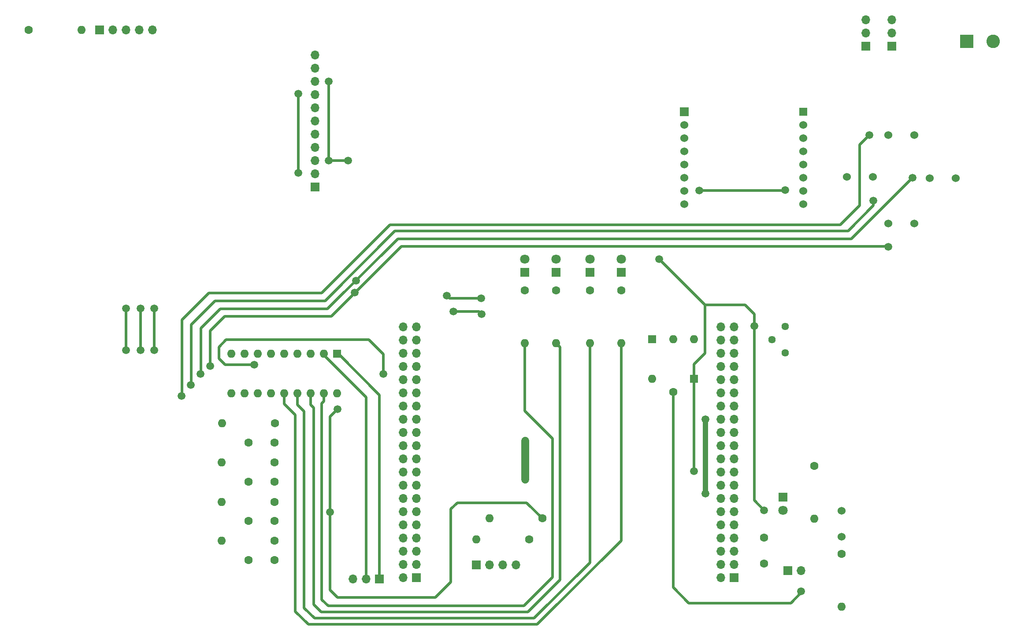
<source format=gbr>
%TF.GenerationSoftware,KiCad,Pcbnew,8.0.0*%
%TF.CreationDate,2024-05-29T16:09:33+02:00*%
%TF.ProjectId,Remote_Board_L476RG,52656d6f-7465-45f4-926f-6172645f4c34,rev?*%
%TF.SameCoordinates,Original*%
%TF.FileFunction,Copper,L1,Top*%
%TF.FilePolarity,Positive*%
%FSLAX46Y46*%
G04 Gerber Fmt 4.6, Leading zero omitted, Abs format (unit mm)*
G04 Created by KiCad (PCBNEW 8.0.0) date 2024-05-29 16:09:33*
%MOMM*%
%LPD*%
G01*
G04 APERTURE LIST*
%TA.AperFunction,ComponentPad*%
%ADD10R,1.700000X1.700000*%
%TD*%
%TA.AperFunction,ComponentPad*%
%ADD11O,1.700000X1.700000*%
%TD*%
%TA.AperFunction,ComponentPad*%
%ADD12C,1.600000*%
%TD*%
%TA.AperFunction,ComponentPad*%
%ADD13O,1.600000X1.600000*%
%TD*%
%TA.AperFunction,ComponentPad*%
%ADD14R,1.676400X1.676400*%
%TD*%
%TA.AperFunction,ComponentPad*%
%ADD15C,1.524000*%
%TD*%
%TA.AperFunction,ComponentPad*%
%ADD16R,1.524000X1.524000*%
%TD*%
%TA.AperFunction,ComponentPad*%
%ADD17R,1.800000X1.800000*%
%TD*%
%TA.AperFunction,ComponentPad*%
%ADD18C,1.800000*%
%TD*%
%TA.AperFunction,ComponentPad*%
%ADD19R,1.600000X1.600000*%
%TD*%
%TA.AperFunction,ComponentPad*%
%ADD20R,2.600000X2.600000*%
%TD*%
%TA.AperFunction,ComponentPad*%
%ADD21C,2.600000*%
%TD*%
%TA.AperFunction,ComponentPad*%
%ADD22C,1.440000*%
%TD*%
%TA.AperFunction,ViaPad*%
%ADD23C,1.500000*%
%TD*%
%TA.AperFunction,Conductor*%
%ADD24C,1.500000*%
%TD*%
%TA.AperFunction,Conductor*%
%ADD25C,0.500000*%
%TD*%
%TA.AperFunction,Conductor*%
%ADD26C,1.000000*%
%TD*%
G04 APERTURE END LIST*
D10*
%TO.P,J5,1,Pin_1*%
%TO.N,unconnected-(J5-Pin_1-Pad1)*%
X217200000Y-141760000D03*
D11*
%TO.P,J5,2,Pin_2*%
%TO.N,unconnected-(J5-Pin_2-Pad2)*%
X214660000Y-141760000D03*
%TO.P,J5,3,Pin_3*%
%TO.N,SW5_OUT*%
X217200000Y-139220000D03*
%TO.P,J5,4,Pin_4*%
%TO.N,unconnected-(J5-Pin_4-Pad4)*%
X214660000Y-139220000D03*
%TO.P,J5,5,Pin_5*%
%TO.N,LED_OUT*%
X217200000Y-136680000D03*
%TO.P,J5,6,Pin_6*%
%TO.N,unconnected-(J5-Pin_6-Pad6)*%
X214660000Y-136680000D03*
%TO.P,J5,7,Pin_7*%
%TO.N,unconnected-(J5-Pin_7-Pad7)*%
X217200000Y-134140000D03*
%TO.P,J5,8,Pin_8*%
%TO.N,unconnected-(J5-Pin_8-Pad8)*%
X214660000Y-134140000D03*
%TO.P,J5,9,Pin_9*%
%TO.N,unconnected-(J5-Pin_9-Pad9)*%
X217200000Y-131600000D03*
%TO.P,J5,10,Pin_10*%
%TO.N,unconnected-(J5-Pin_10-Pad10)*%
X214660000Y-131600000D03*
%TO.P,J5,11,Pin_11*%
%TO.N,unconnected-(J5-Pin_11-Pad11)*%
X217200000Y-129060000D03*
%TO.P,J5,12,Pin_12*%
%TO.N,unconnected-(J5-Pin_12-Pad12)*%
X214660000Y-129060000D03*
%TO.P,J5,13,Pin_13*%
%TO.N,unconnected-(J5-Pin_13-Pad13)*%
X217200000Y-126520000D03*
%TO.P,J5,14,Pin_14*%
%TO.N,unconnected-(J5-Pin_14-Pad14)*%
X214660000Y-126520000D03*
%TO.P,J5,15,Pin_15*%
%TO.N,unconnected-(J5-Pin_15-Pad15)*%
X217200000Y-123980000D03*
%TO.P,J5,16,Pin_16*%
%TO.N,unconnected-(J5-Pin_16-Pad16)*%
X214660000Y-123980000D03*
%TO.P,J5,17,Pin_17*%
%TO.N,nRF_INT*%
X217200000Y-121440000D03*
%TO.P,J5,18,Pin_18*%
%TO.N,3.3V_NUC*%
X214660000Y-121440000D03*
%TO.P,J5,19,Pin_19*%
%TO.N,nRF_CE*%
X217200000Y-118900000D03*
%TO.P,J5,20,Pin_20*%
%TO.N,5V_NUC*%
X214660000Y-118900000D03*
%TO.P,J5,21,Pin_21*%
%TO.N,GND*%
X217200000Y-116360000D03*
%TO.P,J5,22,Pin_22*%
X214660000Y-116360000D03*
%TO.P,J5,23,Pin_23*%
%TO.N,nRF_CS*%
X217200000Y-113820000D03*
%TO.P,J5,24,Pin_24*%
%TO.N,GND*%
X214660000Y-113820000D03*
%TO.P,J5,25,Pin_25*%
%TO.N,USER_BUTTON*%
X217200000Y-111280000D03*
%TO.P,J5,26,Pin_26*%
%TO.N,VIN*%
X214660000Y-111280000D03*
%TO.P,J5,27,Pin_27*%
%TO.N,unconnected-(J5-Pin_27-Pad27)*%
X217200000Y-108740000D03*
%TO.P,J5,28,Pin_28*%
%TO.N,unconnected-(J5-Pin_28-Pad28)*%
X214660000Y-108740000D03*
%TO.P,J5,29,Pin_29*%
%TO.N,unconnected-(J5-Pin_29-Pad29)*%
X217200000Y-106200000D03*
%TO.P,J5,30,Pin_30*%
%TO.N,unconnected-(J5-Pin_30-Pad30)*%
X214660000Y-106200000D03*
%TO.P,J5,31,Pin_31*%
%TO.N,unconnected-(J5-Pin_31-Pad31)*%
X217200000Y-103660000D03*
%TO.P,J5,32,Pin_32*%
%TO.N,unconnected-(J5-Pin_32-Pad32)*%
X214660000Y-103660000D03*
%TO.P,J5,33,Pin_33*%
%TO.N,unconnected-(J5-Pin_33-Pad33)*%
X217200000Y-101120000D03*
%TO.P,J5,34,Pin_34*%
%TO.N,ADC_OUT*%
X214660000Y-101120000D03*
%TO.P,J5,35,Pin_35*%
%TO.N,unconnected-(J5-Pin_35-Pad35)*%
X217200000Y-98580000D03*
%TO.P,J5,36,Pin_36*%
%TO.N,unconnected-(J5-Pin_36-Pad36)*%
X214660000Y-98580000D03*
%TO.P,J5,37,Pin_37*%
%TO.N,POT_OUT*%
X217200000Y-96040000D03*
%TO.P,J5,38,Pin_38*%
%TO.N,unconnected-(J5-Pin_38-Pad38)*%
X214660000Y-96040000D03*
%TO.P,J5,39,Pin_39*%
%TO.N,AN_IN*%
X217200000Y-93500000D03*
%TO.P,J5,40,Pin_40*%
%TO.N,unconnected-(J5-Pin_40-Pad40)*%
X214660000Y-93500000D03*
%TD*%
D10*
%TO.P,J6,1,Pin_1*%
%TO.N,unconnected-(J6-Pin_1-Pad1)*%
X156160001Y-141760000D03*
D11*
%TO.P,J6,2,Pin_2*%
%TO.N,unconnected-(J6-Pin_2-Pad2)*%
X153620001Y-141760000D03*
%TO.P,J6,3,Pin_3*%
%TO.N,unconnected-(J6-Pin_3-Pad3)*%
X156160001Y-139220000D03*
%TO.P,J6,4,Pin_4*%
%TO.N,LCD_DC*%
X153620001Y-139220000D03*
%TO.P,J6,5,Pin_5*%
%TO.N,SCL*%
X156160001Y-136680000D03*
%TO.P,J6,6,Pin_6*%
%TO.N,LCD_RES*%
X153620001Y-136680000D03*
%TO.P,J6,7,Pin_7*%
%TO.N,SDA*%
X156160001Y-134140000D03*
%TO.P,J6,8,Pin_8*%
%TO.N,LCD_CS*%
X153620001Y-134140000D03*
%TO.P,J6,9,Pin_9*%
%TO.N,unconnected-(J6-Pin_9-Pad9)*%
X156160001Y-131600000D03*
%TO.P,J6,10,Pin_10*%
%TO.N,unconnected-(J6-Pin_10-Pad10)*%
X153620001Y-131600000D03*
%TO.P,J6,11,Pin_11*%
%TO.N,unconnected-(J6-Pin_11-Pad11)*%
X156160001Y-129060000D03*
%TO.P,J6,12,Pin_12*%
%TO.N,unconnected-(J6-Pin_12-Pad12)*%
X153620001Y-129060000D03*
%TO.P,J6,13,Pin_13*%
%TO.N,SCK*%
X156160001Y-126520000D03*
%TO.P,J6,14,Pin_14*%
%TO.N,SW1_OUT*%
X153620001Y-126520000D03*
%TO.P,J6,15,Pin_15*%
%TO.N,MISO*%
X156160001Y-123980000D03*
%TO.P,J6,16,Pin_16*%
%TO.N,SW2_OUT*%
X153620001Y-123980000D03*
%TO.P,J6,17,Pin_17*%
%TO.N,MOSI*%
X156160001Y-121440000D03*
%TO.P,J6,18,Pin_18*%
%TO.N,unconnected-(J6-Pin_18-Pad18)*%
X153620001Y-121440000D03*
%TO.P,J6,19,Pin_19*%
%TO.N,unconnected-(J6-Pin_19-Pad19)*%
X156160001Y-118900000D03*
%TO.P,J6,20,Pin_20*%
%TO.N,unconnected-(J6-Pin_20-Pad20)*%
X153620001Y-118900000D03*
%TO.P,J6,21,Pin_21*%
%TO.N,unconnected-(J6-Pin_21-Pad21)*%
X156160001Y-116360000D03*
%TO.P,J6,22,Pin_22*%
%TO.N,GND*%
X153620001Y-116360000D03*
%TO.P,J6,23,Pin_23*%
%TO.N,SW3_OUT*%
X156160001Y-113820000D03*
%TO.P,J6,24,Pin_24*%
%TO.N,JOYSW*%
X153620001Y-113820000D03*
%TO.P,J6,25,Pin_25*%
%TO.N,SW4_OUT*%
X156160001Y-111280000D03*
%TO.P,J6,26,Pin_26*%
%TO.N,JOYY*%
X153620001Y-111280000D03*
%TO.P,J6,27,Pin_27*%
%TO.N,unconnected-(J6-Pin_27-Pad27)*%
X156160001Y-108740000D03*
%TO.P,J6,28,Pin_28*%
%TO.N,unconnected-(J6-Pin_28-Pad28)*%
X153620001Y-108740000D03*
%TO.P,J6,29,Pin_29*%
%TO.N,unconnected-(J6-Pin_29-Pad29)*%
X156160001Y-106200000D03*
%TO.P,J6,30,Pin_30*%
%TO.N,unconnected-(J6-Pin_30-Pad30)*%
X153620001Y-106200000D03*
%TO.P,J6,31,Pin_31*%
%TO.N,unconnected-(J6-Pin_31-Pad31)*%
X156160001Y-103660000D03*
%TO.P,J6,32,Pin_32*%
%TO.N,MCP_INT*%
X153620001Y-103660000D03*
%TO.P,J6,33,Pin_33*%
%TO.N,unconnected-(J6-Pin_33-Pad33)*%
X156160001Y-101120000D03*
%TO.P,J6,34,Pin_34*%
%TO.N,unconnected-(J6-Pin_34-Pad34)*%
X153620001Y-101120000D03*
%TO.P,J6,35,Pin_35*%
%TO.N,SD_CS*%
X156160001Y-98580000D03*
%TO.P,J6,36,Pin_36*%
%TO.N,JOYX*%
X153620001Y-98580000D03*
%TO.P,J6,37,Pin_37*%
%TO.N,unconnected-(J6-Pin_37-Pad37)*%
X156160001Y-96040000D03*
%TO.P,J6,38,Pin_38*%
%TO.N,unconnected-(J6-Pin_38-Pad38)*%
X153620001Y-96040000D03*
%TO.P,J6,39,Pin_39*%
%TO.N,unconnected-(J6-Pin_39-Pad39)*%
X156160001Y-93500000D03*
%TO.P,J6,40,Pin_40*%
%TO.N,unconnected-(J6-Pin_40-Pad40)*%
X153620001Y-93500000D03*
%TD*%
D12*
%TO.P,R2,1*%
%TO.N,SW1_OUT*%
X128900000Y-134700000D03*
D13*
%TO.P,R2,2*%
%TO.N,GND*%
X118740000Y-134700000D03*
%TD*%
D14*
%TO.P,CON1,P1,AN*%
%TO.N,unconnected-(CON1-AN-PadP1)*%
X207670000Y-52130000D03*
D15*
%TO.P,CON1,P2,RST*%
%TO.N,nRF_CE*%
X207670000Y-54670000D03*
%TO.P,CON1,P3,CS*%
%TO.N,nRF_CS*%
X207670000Y-57210000D03*
%TO.P,CON1,P4,SCK*%
%TO.N,SCK*%
X207670000Y-59750000D03*
%TO.P,CON1,P5,MISO*%
%TO.N,MISO*%
X207670000Y-62290000D03*
%TO.P,CON1,P6,MOSI*%
%TO.N,MOSI*%
X207670000Y-64830000D03*
%TO.P,CON1,P7,3V3*%
%TO.N,3.3V_NUC*%
X207670000Y-67370000D03*
%TO.P,CON1,P8,GND1*%
%TO.N,GND*%
X207670000Y-69910000D03*
%TO.P,CON1,P9,GND2*%
X230530000Y-69910000D03*
%TO.P,CON1,P10,5V*%
%TO.N,unconnected-(CON1-5V-PadP10)*%
X230530000Y-67370000D03*
%TO.P,CON1,P11,SDA*%
%TO.N,unconnected-(CON1-SDA-PadP11)*%
X230530000Y-64830000D03*
%TO.P,CON1,P12,SCL*%
%TO.N,unconnected-(CON1-SCL-PadP12)*%
X230530000Y-62290000D03*
%TO.P,CON1,P13,RX*%
%TO.N,unconnected-(CON1-RX-PadP13)*%
X230530000Y-59750000D03*
%TO.P,CON1,P14,TX*%
%TO.N,unconnected-(CON1-TX-PadP14)*%
X230530000Y-57210000D03*
%TO.P,CON1,P15,INT*%
%TO.N,nRF_INT*%
X230530000Y-54670000D03*
D16*
%TO.P,CON1,P16,PWM*%
%TO.N,unconnected-(CON1-PWM-PadP16)*%
X230530000Y-52130000D03*
%TD*%
D17*
%TO.P,D5,1,K*%
%TO.N,Net-(D5-K)*%
X189500000Y-83040000D03*
D18*
%TO.P,D5,2,A*%
%TO.N,3.3V_NUC*%
X189500000Y-80500000D03*
%TD*%
D19*
%TO.P,D2,1,K*%
%TO.N,AN_IN*%
X201500000Y-95880000D03*
D13*
%TO.P,D2,2,A*%
%TO.N,GND*%
X201500000Y-103500000D03*
%TD*%
D19*
%TO.P,D1,1,K*%
%TO.N,3.3V_NUC*%
X209500000Y-103500000D03*
D13*
%TO.P,D1,2,A*%
%TO.N,AN_IN*%
X209500000Y-95880000D03*
%TD*%
D12*
%TO.P,R8,1*%
%TO.N,3.3V_NUC*%
X177860000Y-134400000D03*
D13*
%TO.P,R8,2*%
%TO.N,SCL*%
X167700000Y-134400000D03*
%TD*%
D12*
%TO.P,R5,1*%
%TO.N,SW2_OUT*%
X128900000Y-127200000D03*
D13*
%TO.P,R5,2*%
%TO.N,GND*%
X118740000Y-127200000D03*
%TD*%
D12*
%TO.P,C4,1*%
%TO.N,3.3V_NUC*%
X123900000Y-123300000D03*
%TO.P,C4,2*%
%TO.N,SW3_OUT*%
X128900000Y-123300000D03*
%TD*%
D20*
%TO.P,J4,1,Pin_1*%
%TO.N,GND*%
X261910000Y-38600000D03*
D21*
%TO.P,J4,2,Pin_2*%
%TO.N,VIN*%
X266990000Y-38600000D03*
%TD*%
D12*
%TO.P,R13,1*%
%TO.N,Net-(D5-K)*%
X189500000Y-86500000D03*
D13*
%TO.P,R13,2*%
%TO.N,LED2*%
X189500000Y-96660000D03*
%TD*%
D10*
%TO.P,J7,1,Pin_1*%
%TO.N,SCL*%
X149050000Y-142050000D03*
D11*
%TO.P,J7,2,Pin_2*%
%TO.N,SDA*%
X146510000Y-142050000D03*
%TO.P,J7,3,Pin_3*%
%TO.N,GND*%
X143970000Y-142050000D03*
%TD*%
D12*
%TO.P,R3,1*%
%TO.N,3.3V_NUC*%
X81640000Y-36400000D03*
D13*
%TO.P,R3,2*%
%TO.N,JOYSW*%
X91800000Y-36400000D03*
%TD*%
D10*
%TO.P,J1,1,Pin_1*%
%TO.N,SD_CS*%
X136700000Y-66580000D03*
D11*
%TO.P,J1,2,Pin_2*%
%TO.N,MOSI*%
X136700000Y-64040000D03*
%TO.P,J1,3,Pin_3*%
%TO.N,SCK*%
X136700000Y-61500000D03*
%TO.P,J1,4,Pin_4*%
%TO.N,MISO*%
X136700000Y-58960000D03*
%TO.P,J1,5,Pin_5*%
%TO.N,LCD_CS*%
X136700000Y-56420000D03*
%TO.P,J1,6,Pin_6*%
%TO.N,LCD_RES*%
X136700000Y-53880000D03*
%TO.P,J1,7,Pin_7*%
%TO.N,LCD_DC*%
X136700000Y-51340000D03*
%TO.P,J1,8,Pin_8*%
%TO.N,MOSI*%
X136700000Y-48800000D03*
%TO.P,J1,9,Pin_9*%
%TO.N,SCK*%
X136700000Y-46260000D03*
%TO.P,J1,10,Pin_10*%
%TO.N,GND*%
X136700000Y-43720000D03*
%TO.P,J1,11,Pin_11*%
%TO.N,3.3V_NUC*%
X136700000Y-41180000D03*
%TD*%
D12*
%TO.P,R12,1*%
%TO.N,Net-(D4-K)*%
X195500000Y-86500000D03*
D13*
%TO.P,R12,2*%
%TO.N,LED1*%
X195500000Y-96660000D03*
%TD*%
D15*
%TO.P,SW5,1,1*%
%TO.N,3.3V_NUC*%
X237900000Y-128900000D03*
%TO.P,SW5,2,2*%
%TO.N,SW5_OUT*%
X237900000Y-133900000D03*
%TD*%
D10*
%TO.P,J8,1,Pin_1*%
%TO.N,SCL*%
X167700000Y-139350000D03*
D11*
%TO.P,J8,2,Pin_2*%
%TO.N,SDA*%
X170240000Y-139350000D03*
%TO.P,J8,3,Pin_3*%
%TO.N,5V_NUC*%
X172780000Y-139350000D03*
%TO.P,J8,4,Pin_4*%
%TO.N,GND*%
X175320000Y-139350000D03*
%TD*%
D12*
%TO.P,R7,1*%
%TO.N,SW4_OUT*%
X129000000Y-112100000D03*
D13*
%TO.P,R7,2*%
%TO.N,GND*%
X118840000Y-112100000D03*
%TD*%
D12*
%TO.P,R14,1*%
%TO.N,Net-(D6-K)*%
X183000000Y-86500000D03*
D13*
%TO.P,R14,2*%
%TO.N,LED3*%
X183000000Y-96660000D03*
%TD*%
D10*
%TO.P,J9,1,Pin_1*%
%TO.N,GND*%
X242500000Y-39500000D03*
D11*
%TO.P,J9,2,Pin_2*%
X242500000Y-36960000D03*
%TO.P,J9,3,Pin_3*%
X242500000Y-34420000D03*
%TD*%
D10*
%TO.P,J2,1,Pin_1*%
%TO.N,JOYSW*%
X95275000Y-36350000D03*
D11*
%TO.P,J2,2,Pin_2*%
%TO.N,JOYY*%
X97815000Y-36350000D03*
%TO.P,J2,3,Pin_3*%
%TO.N,JOYX*%
X100355000Y-36350000D03*
%TO.P,J2,4,Pin_4*%
%TO.N,GND*%
X102895000Y-36350000D03*
%TO.P,J2,5,Pin_5*%
%TO.N,3.3V_NUC*%
X105435000Y-36350000D03*
%TD*%
D15*
%TO.P,SW1,1,1*%
%TO.N,3.3V_NUC*%
X251800000Y-56600000D03*
%TO.P,SW1,2,2*%
%TO.N,SW1_OUT*%
X246800000Y-56600000D03*
%TD*%
D17*
%TO.P,D7,1,K*%
%TO.N,Net-(D7-K)*%
X177000000Y-83040000D03*
D18*
%TO.P,D7,2,A*%
%TO.N,3.3V_NUC*%
X177000000Y-80500000D03*
%TD*%
D12*
%TO.P,R16,1*%
%TO.N,SW5_OUT*%
X237900000Y-137200000D03*
D13*
%TO.P,R16,2*%
%TO.N,GND*%
X237900000Y-147360000D03*
%TD*%
D12*
%TO.P,R11,1*%
%TO.N,Net-(D3-K)*%
X232600000Y-120300000D03*
D13*
%TO.P,R11,2*%
%TO.N,LED_OUT*%
X232600000Y-130460000D03*
%TD*%
D12*
%TO.P,R9,1*%
%TO.N,3.3V_NUC*%
X180360000Y-130400000D03*
D13*
%TO.P,R9,2*%
%TO.N,SDA*%
X170200000Y-130400000D03*
%TD*%
D17*
%TO.P,D4,1,K*%
%TO.N,Net-(D4-K)*%
X195500000Y-83040000D03*
D18*
%TO.P,D4,2,A*%
%TO.N,3.3V_NUC*%
X195500000Y-80500000D03*
%TD*%
D12*
%TO.P,C3,1*%
%TO.N,3.3V_NUC*%
X123900000Y-130900000D03*
%TO.P,C3,2*%
%TO.N,SW2_OUT*%
X128900000Y-130900000D03*
%TD*%
%TO.P,R6,1*%
%TO.N,SW3_OUT*%
X128900000Y-119600000D03*
D13*
%TO.P,R6,2*%
%TO.N,GND*%
X118740000Y-119600000D03*
%TD*%
D17*
%TO.P,D6,1,K*%
%TO.N,Net-(D6-K)*%
X183000000Y-83040000D03*
D18*
%TO.P,D6,2,A*%
%TO.N,3.3V_NUC*%
X183000000Y-80500000D03*
%TD*%
D12*
%TO.P,C2,1*%
%TO.N,3.3V_NUC*%
X123900000Y-138400000D03*
%TO.P,C2,2*%
%TO.N,SW1_OUT*%
X128900000Y-138400000D03*
%TD*%
D15*
%TO.P,SW3,1,1*%
%TO.N,3.3V_NUC*%
X259800000Y-64900000D03*
%TO.P,SW3,2,2*%
%TO.N,SW3_OUT*%
X254800000Y-64900000D03*
%TD*%
%TO.P,SW4,1,1*%
%TO.N,3.3V_NUC*%
X251800000Y-73600000D03*
%TO.P,SW4,2,2*%
%TO.N,SW4_OUT*%
X246800000Y-73600000D03*
%TD*%
D10*
%TO.P,J3,1,Pin_1*%
%TO.N,GND*%
X227560000Y-140400000D03*
D11*
%TO.P,J3,2,Pin_2*%
%TO.N,Net-(J3-Pin_2)*%
X230100000Y-140400000D03*
%TD*%
D15*
%TO.P,SW2,1,1*%
%TO.N,3.3V_NUC*%
X238900000Y-64700000D03*
%TO.P,SW2,2,2*%
%TO.N,SW2_OUT*%
X243900000Y-64700000D03*
%TD*%
D12*
%TO.P,R15,1*%
%TO.N,Net-(D7-K)*%
X177000000Y-86500000D03*
D13*
%TO.P,R15,2*%
%TO.N,LED4*%
X177000000Y-96660000D03*
%TD*%
D10*
%TO.P,J10,1,Pin_1*%
%TO.N,3.3V_NUC*%
X247500000Y-39500000D03*
D11*
%TO.P,J10,2,Pin_2*%
X247500000Y-36960000D03*
%TO.P,J10,3,Pin_3*%
X247500000Y-34420000D03*
%TD*%
D19*
%TO.P,U1,1,SCL*%
%TO.N,SCL*%
X140920000Y-98740000D03*
D13*
%TO.P,U1,2,SDA*%
%TO.N,SDA*%
X138380000Y-98740000D03*
%TO.P,U1,3,A2*%
%TO.N,GND*%
X135840000Y-98740000D03*
%TO.P,U1,4,A1*%
X133300000Y-98740000D03*
%TO.P,U1,5,A0*%
X130760000Y-98740000D03*
%TO.P,U1,6,~{RESET}*%
%TO.N,3.3V_NUC*%
X128220000Y-98740000D03*
%TO.P,U1,7,NC*%
%TO.N,unconnected-(U1-NC-Pad7)*%
X125680000Y-98740000D03*
%TO.P,U1,8,INT*%
%TO.N,MCP_INT*%
X123140000Y-98740000D03*
%TO.P,U1,9,VSS*%
%TO.N,GND*%
X120600000Y-98740000D03*
%TO.P,U1,10,GP0*%
%TO.N,SW1_OUT*%
X120600000Y-106360000D03*
%TO.P,U1,11,GP1*%
%TO.N,SW2_OUT*%
X123140000Y-106360000D03*
%TO.P,U1,12,GP2*%
%TO.N,SW3_OUT*%
X125680000Y-106360000D03*
%TO.P,U1,13,GP3*%
%TO.N,SW4_OUT*%
X128220000Y-106360000D03*
%TO.P,U1,14,GP4*%
%TO.N,LED1*%
X130760000Y-106360000D03*
%TO.P,U1,15,GP5*%
%TO.N,LED2*%
X133300000Y-106360000D03*
%TO.P,U1,16,GP6*%
%TO.N,LED3*%
X135840000Y-106360000D03*
%TO.P,U1,17,GP7*%
%TO.N,LED4*%
X138380000Y-106360000D03*
%TO.P,U1,18,VDD*%
%TO.N,3.3V_NUC*%
X140920000Y-106360000D03*
%TD*%
D12*
%TO.P,C5,1*%
%TO.N,3.3V_NUC*%
X123900000Y-115800000D03*
%TO.P,C5,2*%
%TO.N,SW4_OUT*%
X128900000Y-115800000D03*
%TD*%
%TO.P,R4,1*%
%TO.N,Net-(J3-Pin_2)*%
X205500000Y-106040000D03*
D13*
%TO.P,R4,2*%
%TO.N,AN_IN*%
X205500000Y-95880000D03*
%TD*%
D17*
%TO.P,D3,1,K*%
%TO.N,Net-(D3-K)*%
X226625000Y-126325000D03*
D18*
%TO.P,D3,2,A*%
%TO.N,3.3V_NUC*%
X226625000Y-128865000D03*
%TD*%
D22*
%TO.P,RV1,1,1*%
%TO.N,3.3V_NUC*%
X227040000Y-93460000D03*
%TO.P,RV1,2,2*%
%TO.N,POT_OUT*%
X224500000Y-96000000D03*
%TO.P,RV1,3,3*%
%TO.N,GND*%
X227040000Y-98540000D03*
%TD*%
D12*
%TO.P,C6,1*%
%TO.N,3.3V_NUC*%
X223000000Y-134100000D03*
%TO.P,C6,2*%
%TO.N,SW5_OUT*%
X223000000Y-139100000D03*
%TD*%
D23*
%TO.N,GND*%
X177100000Y-115500000D03*
X177100000Y-122900000D03*
%TO.N,SW1_OUT*%
X111000000Y-106800000D03*
X243200000Y-56600000D03*
%TO.N,SW2_OUT*%
X244000000Y-69200000D03*
X112800000Y-104700000D03*
%TO.N,SW3_OUT*%
X251500000Y-64800000D03*
X144550000Y-84650000D03*
X114700000Y-102600000D03*
%TO.N,VIN*%
X211700000Y-125600000D03*
X211700000Y-111300000D03*
%TO.N,SW4_OUT*%
X116500000Y-101100000D03*
X246800000Y-78100000D03*
X144350000Y-86950000D03*
X246800000Y-78100000D03*
%TO.N,LCD_CS*%
X105800000Y-90000000D03*
X105800000Y-98000000D03*
%TO.N,LCD_RES*%
X103200000Y-98000000D03*
X103200000Y-90000000D03*
%TO.N,LCD_DC*%
X100400000Y-90000000D03*
X100400000Y-98000000D03*
%TO.N,Net-(J3-Pin_2)*%
X230100000Y-144400000D03*
%TO.N,3.3V_NUC*%
X221100000Y-93400000D03*
X202800000Y-80500000D03*
X141000000Y-109400000D03*
X139600000Y-129200000D03*
X227000000Y-67200000D03*
X223000000Y-128800000D03*
X209500000Y-121300000D03*
X210500000Y-67300000D03*
%TO.N,SCK*%
X139300000Y-46300000D03*
X139300000Y-61500000D03*
X143000000Y-61500000D03*
%TO.N,MISO*%
X163300000Y-90600000D03*
X168700000Y-91100000D03*
X168700000Y-91100000D03*
%TO.N,MOSI*%
X168600000Y-88000000D03*
X133500000Y-48700000D03*
X162000000Y-87500000D03*
X133500000Y-63900000D03*
%TO.N,MCP_INT*%
X125000000Y-100800000D03*
X149800000Y-102600000D03*
%TD*%
D24*
%TO.N,GND*%
X177100000Y-122900000D02*
X177100000Y-115500000D01*
D25*
%TO.N,SW1_OUT*%
X116300000Y-87000000D02*
X138000000Y-87000000D01*
X241300000Y-70200000D02*
X241300000Y-58500000D01*
X241300000Y-58500000D02*
X243200000Y-56600000D01*
X237600000Y-73900000D02*
X241300000Y-70200000D01*
X111000000Y-106800000D02*
X111100000Y-106700000D01*
X138000000Y-87000000D02*
X151100000Y-73900000D01*
X111100000Y-106700000D02*
X111100000Y-92200000D01*
X111100000Y-92200000D02*
X116300000Y-87000000D01*
X151100000Y-73900000D02*
X237600000Y-73900000D01*
%TO.N,SW2_OUT*%
X152000000Y-75100000D02*
X239100000Y-75100000D01*
X112900000Y-93100000D02*
X117500000Y-88500000D01*
X117500000Y-88500000D02*
X138600000Y-88500000D01*
X138600000Y-88500000D02*
X152000000Y-75100000D01*
X112800000Y-104700000D02*
X112900000Y-104600000D01*
X112900000Y-104600000D02*
X112900000Y-93100000D01*
X239100000Y-75100000D02*
X244000000Y-70200000D01*
X244000000Y-70200000D02*
X244000000Y-69200000D01*
%TO.N,SW3_OUT*%
X251700000Y-64800000D02*
X251500000Y-64800000D01*
X114800000Y-93800000D02*
X118500000Y-90100000D01*
X239700000Y-76600000D02*
X251500000Y-64800000D01*
X152600000Y-76600000D02*
X239700000Y-76600000D01*
X114800000Y-102500000D02*
X114800000Y-93800000D01*
X114700000Y-102600000D02*
X114800000Y-102500000D01*
X118500000Y-90100000D02*
X139100000Y-90100000D01*
X139100000Y-90100000D02*
X152600000Y-76600000D01*
D26*
%TO.N,VIN*%
X211700000Y-125600000D02*
X211700000Y-111300000D01*
D25*
%TO.N,SW4_OUT*%
X116400000Y-101000000D02*
X116500000Y-101100000D01*
X246700000Y-78000000D02*
X153300000Y-78000000D01*
X139800000Y-91500000D02*
X119300000Y-91500000D01*
X246800000Y-78100000D02*
X246700000Y-78000000D01*
X153300000Y-78000000D02*
X139800000Y-91500000D01*
X116500000Y-101100000D02*
X116500000Y-94300000D01*
X119300000Y-91500000D02*
X116500000Y-94300000D01*
%TO.N,LCD_CS*%
X105800000Y-98000000D02*
X105800000Y-90000000D01*
%TO.N,LCD_RES*%
X103200000Y-90000000D02*
X103200000Y-98000000D01*
%TO.N,LCD_DC*%
X100400000Y-90000000D02*
X100400000Y-98000000D01*
%TO.N,Net-(J3-Pin_2)*%
X205500000Y-143700000D02*
X205500000Y-106040000D01*
X228100000Y-146700000D02*
X208500000Y-146700000D01*
X208500000Y-146700000D02*
X205500000Y-143700000D01*
X230100000Y-144400000D02*
X230100000Y-144700000D01*
X230100000Y-144700000D02*
X228100000Y-146700000D01*
%TO.N,3.3V_NUC*%
X211600000Y-91700000D02*
X211600000Y-98600000D01*
X159800000Y-145600000D02*
X162800000Y-142600000D01*
X162800000Y-142600000D02*
X162800000Y-128600000D01*
X202800000Y-80500000D02*
X211600000Y-89300000D01*
X209500000Y-103500000D02*
X209500000Y-121300000D01*
X210500000Y-67300000D02*
X226900000Y-67300000D01*
X219300000Y-89300000D02*
X211600000Y-89300000D01*
X221100000Y-93400000D02*
X221100000Y-91100000D01*
X141000000Y-109400000D02*
X139600000Y-110800000D01*
X223000000Y-128800000D02*
X221100000Y-126900000D01*
X139600000Y-144200000D02*
X141000000Y-145600000D01*
X211600000Y-89300000D02*
X211600000Y-91700000D01*
X211600000Y-98600000D02*
X209500000Y-100700000D01*
X226900000Y-67300000D02*
X227000000Y-67200000D01*
X139600000Y-110800000D02*
X139600000Y-144200000D01*
X221100000Y-91100000D02*
X219300000Y-89300000D01*
X162800000Y-128600000D02*
X164000000Y-127400000D01*
X209500000Y-100700000D02*
X209500000Y-103500000D01*
X177360000Y-127400000D02*
X180360000Y-130400000D01*
X164000000Y-127400000D02*
X177360000Y-127400000D01*
X141000000Y-145600000D02*
X159800000Y-145600000D01*
X221100000Y-126900000D02*
X221100000Y-93400000D01*
%TO.N,SCK*%
X139300000Y-61500000D02*
X143000000Y-61500000D01*
X139300000Y-61500000D02*
X139300000Y-46300000D01*
%TO.N,MISO*%
X163300000Y-90600000D02*
X168200000Y-90600000D01*
X168200000Y-90600000D02*
X168700000Y-91100000D01*
%TO.N,MOSI*%
X133600000Y-64000000D02*
X133500000Y-63900000D01*
X162500000Y-88000000D02*
X168600000Y-88000000D01*
X162000000Y-87500000D02*
X162500000Y-88000000D01*
X133400000Y-48600000D02*
X133500000Y-48700000D01*
X133500000Y-63900000D02*
X133500000Y-48700000D01*
%TO.N,SDA*%
X146510000Y-107085000D02*
X146510000Y-142050000D01*
X138380000Y-98740000D02*
X138380000Y-98955000D01*
X138380000Y-98955000D02*
X146510000Y-107085000D01*
%TO.N,SCL*%
X149050000Y-142050000D02*
X149050000Y-106650000D01*
X141140000Y-98740000D02*
X140920000Y-98740000D01*
X149050000Y-106650000D02*
X141140000Y-98740000D01*
%TO.N,MCP_INT*%
X118200000Y-99600000D02*
X118200000Y-97400000D01*
X119400000Y-100800000D02*
X118200000Y-99600000D01*
X118200000Y-97400000D02*
X119600000Y-96000000D01*
X149800000Y-98800000D02*
X149800000Y-102600000D01*
X147000000Y-96000000D02*
X149800000Y-98800000D01*
X125000000Y-100800000D02*
X119400000Y-100800000D01*
X119600000Y-96000000D02*
X147000000Y-96000000D01*
%TO.N,LED1*%
X132900000Y-110500000D02*
X132900000Y-148300000D01*
X135400000Y-150800000D02*
X179400000Y-150800000D01*
X179400000Y-150800000D02*
X195500000Y-134700000D01*
X130760000Y-108360000D02*
X132900000Y-110500000D01*
X132900000Y-148300000D02*
X135400000Y-150800000D01*
X195500000Y-134700000D02*
X195500000Y-96660000D01*
X130760000Y-106360000D02*
X130760000Y-108360000D01*
%TO.N,LED2*%
X136600000Y-149600000D02*
X178800000Y-149600000D01*
X134600000Y-109800000D02*
X134600000Y-147600000D01*
X133300000Y-108500000D02*
X134600000Y-109800000D01*
X189500000Y-138900000D02*
X189500000Y-96660000D01*
X178800000Y-149600000D02*
X189500000Y-138900000D01*
X134600000Y-147600000D02*
X136600000Y-149600000D01*
X133300000Y-106360000D02*
X133300000Y-108500000D01*
%TO.N,LED3*%
X183800000Y-142200000D02*
X177600000Y-148400000D01*
X136400000Y-109100000D02*
X135840000Y-108540000D01*
X137850000Y-148400000D02*
X136400000Y-146950000D01*
X177600000Y-148400000D02*
X137850000Y-148400000D01*
X183800000Y-97460000D02*
X183800000Y-142200000D01*
X135840000Y-108540000D02*
X135840000Y-106360000D01*
X136400000Y-146950000D02*
X136400000Y-109100000D01*
X183000000Y-96660000D02*
X183800000Y-97460000D01*
%TO.N,LED4*%
X138380000Y-107880000D02*
X138000000Y-108260000D01*
X138000000Y-146000000D02*
X139200000Y-147200000D01*
X182300000Y-141700000D02*
X182300000Y-115000000D01*
X177000000Y-109700000D02*
X177000000Y-96660000D01*
X139200000Y-147200000D02*
X176800000Y-147200000D01*
X182300000Y-115000000D02*
X177000000Y-109700000D01*
X176800000Y-147200000D02*
X182300000Y-141700000D01*
X138000000Y-108260000D02*
X138000000Y-146000000D01*
X138380000Y-106360000D02*
X138380000Y-107880000D01*
%TD*%
M02*

</source>
